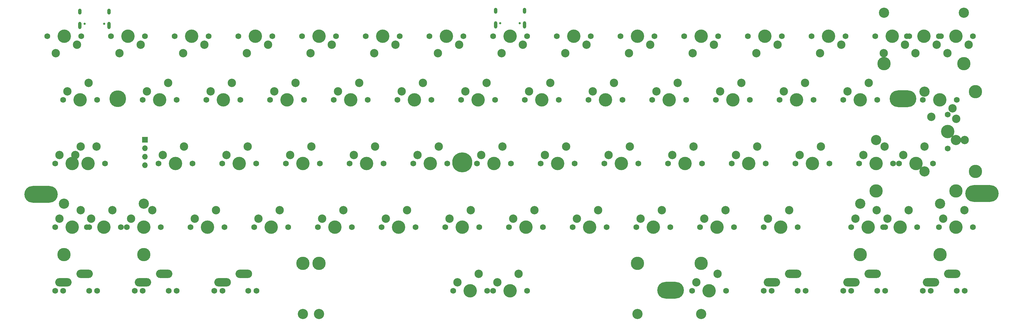
<source format=gts>
G04 #@! TF.GenerationSoftware,KiCad,Pcbnew,8.0.4*
G04 #@! TF.CreationDate,2024-08-26T20:04:34+02:00*
G04 #@! TF.ProjectId,keyboard,6b657962-6f61-4726-942e-6b696361645f,rev?*
G04 #@! TF.SameCoordinates,Original*
G04 #@! TF.FileFunction,Soldermask,Top*
G04 #@! TF.FilePolarity,Negative*
%FSLAX46Y46*%
G04 Gerber Fmt 4.6, Leading zero omitted, Abs format (unit mm)*
G04 Created by KiCad (PCBNEW 8.0.4) date 2024-08-26 20:04:34*
%MOMM*%
%LPD*%
G01*
G04 APERTURE LIST*
%ADD10C,1.750000*%
%ADD11C,4.000000*%
%ADD12C,2.500000*%
%ADD13O,4.900000X2.500000*%
%ADD14C,3.048000*%
%ADD15C,3.987800*%
%ADD16O,8.000000X5.000000*%
%ADD17O,10.000000X5.000000*%
%ADD18R,1.700000X1.700000*%
%ADD19O,1.700000X1.700000*%
%ADD20C,5.000000*%
%ADD21C,0.650000*%
%ADD22O,1.000000X1.800000*%
%ADD23O,1.000000X2.200000*%
%ADD24C,6.000000*%
G04 APERTURE END LIST*
D10*
X118745000Y-19050000D03*
D11*
X123825000Y-19050000D03*
D10*
X128905000Y-19050000D03*
D12*
X120015000Y-16510000D03*
X126365000Y-13970000D03*
D10*
X175895000Y-19050000D03*
D11*
X180975000Y-19050000D03*
D10*
X186055000Y-19050000D03*
D12*
X177165000Y-16510000D03*
X183515000Y-13970000D03*
D10*
X176530000Y0D03*
D11*
X171450000Y0D03*
D10*
X166370000Y0D03*
D12*
X175260000Y-2540000D03*
X168910000Y-5080000D03*
D10*
X209213750Y-76200000D03*
X211613750Y-76200000D03*
X219373750Y-76200000D03*
X221773750Y-76200000D03*
D13*
X211683750Y-73660000D03*
D12*
X212883750Y-73660000D03*
D13*
X218033750Y-71120000D03*
D12*
X219233750Y-71120000D03*
D10*
X100330000Y0D03*
D11*
X95250000Y0D03*
D10*
X90170000Y0D03*
D12*
X99060000Y-2540000D03*
X92710000Y-5080000D03*
D10*
X233026250Y-76200000D03*
X235426250Y-76200000D03*
X243186250Y-76200000D03*
X245586250Y-76200000D03*
D13*
X235496250Y-73660000D03*
D12*
X236696250Y-73660000D03*
D13*
X241846250Y-71120000D03*
D12*
X243046250Y-71120000D03*
D10*
X252730000Y0D03*
D11*
X247650000Y0D03*
D10*
X242570000Y0D03*
D12*
X251460000Y-2540000D03*
X245110000Y-5080000D03*
D10*
X43180000Y0D03*
D11*
X38100000Y0D03*
D10*
X33020000Y0D03*
D12*
X41910000Y-2540000D03*
X35560000Y-5080000D03*
D10*
X24130000Y0D03*
D11*
X19050000Y0D03*
D10*
X13970000Y0D03*
D12*
X22860000Y-2540000D03*
X16510000Y-5080000D03*
D10*
X261620000Y-57150000D03*
D11*
X266700000Y-57150000D03*
D10*
X271780000Y-57150000D03*
D12*
X262890000Y-54610000D03*
X269240000Y-52070000D03*
D10*
X213995000Y-19050000D03*
D11*
X219075000Y-19050000D03*
D10*
X224155000Y-19050000D03*
D12*
X215265000Y-16510000D03*
X221615000Y-13970000D03*
D10*
X199707500Y-38100000D03*
D11*
X204787500Y-38100000D03*
D10*
X209867500Y-38100000D03*
D12*
X200977500Y-35560000D03*
X207327500Y-33020000D03*
D10*
X138430000Y0D03*
D11*
X133350000Y0D03*
D10*
X128270000Y0D03*
D12*
X137160000Y-2540000D03*
X130810000Y-5080000D03*
D10*
X157480000Y0D03*
D11*
X152400000Y0D03*
D10*
X147320000Y0D03*
D12*
X156210000Y-2540000D03*
X149860000Y-5080000D03*
D10*
X256838750Y-76200000D03*
X259238750Y-76200000D03*
X266998750Y-76200000D03*
X269398750Y-76200000D03*
D13*
X259308750Y-73660000D03*
D12*
X260508750Y-73660000D03*
D13*
X265658750Y-71120000D03*
D12*
X266858750Y-71120000D03*
D14*
X242855750Y-31115000D03*
D15*
X242855750Y-46325000D03*
D14*
X266731750Y-31115000D03*
D15*
X266731750Y-46325000D03*
D10*
X28257500Y-38100000D03*
D11*
X33337500Y-38100000D03*
D10*
X38417500Y-38100000D03*
D12*
X29527500Y-35560000D03*
X35877500Y-33020000D03*
D10*
X237820000Y-38100000D03*
D11*
X242900000Y-38100000D03*
D10*
X247980000Y-38100000D03*
D12*
X239090000Y-35560000D03*
X245440000Y-33020000D03*
D10*
X5080000Y0D03*
D11*
X0Y0D03*
D10*
X-5080000Y0D03*
D12*
X3810000Y-2540000D03*
X-2540000Y-5080000D03*
D10*
X-2700000Y-57150000D03*
D11*
X2380000Y-57150000D03*
D10*
X7460000Y-57150000D03*
D12*
X-1430000Y-54610000D03*
X4920000Y-52070000D03*
D10*
X194945000Y-19050000D03*
D11*
X200025000Y-19050000D03*
D10*
X205105000Y-19050000D03*
D12*
X196215000Y-16510000D03*
X202565000Y-13970000D03*
D10*
X249713750Y-38100000D03*
D11*
X254793750Y-38100000D03*
D10*
X259873750Y-38100000D03*
D12*
X250983750Y-35560000D03*
X257333750Y-33020000D03*
D10*
X152082500Y-57150000D03*
D11*
X157162500Y-57150000D03*
D10*
X162242500Y-57150000D03*
D12*
X153352500Y-54610000D03*
X159702500Y-52070000D03*
D10*
X94932500Y-57150000D03*
D11*
X100012500Y-57150000D03*
D10*
X105092500Y-57150000D03*
D12*
X96202500Y-54610000D03*
X102552500Y-52070000D03*
D10*
X119380000Y0D03*
D11*
X114300000Y0D03*
D10*
X109220000Y0D03*
D12*
X118110000Y-2540000D03*
X111760000Y-5080000D03*
D10*
X195580000Y0D03*
D11*
X190500000Y0D03*
D10*
X185420000Y0D03*
D12*
X194310000Y-2540000D03*
X187960000Y-5080000D03*
D14*
X171443750Y-83185000D03*
D15*
X171443750Y-67975000D03*
D14*
X71443750Y-83185000D03*
D15*
X71443750Y-67975000D03*
D10*
X262280000Y0D03*
D11*
X257200000Y0D03*
D10*
X252120000Y0D03*
D12*
X261010000Y-2540000D03*
X254660000Y-5080000D03*
D10*
X233045000Y-19050000D03*
D11*
X238125000Y-19050000D03*
D10*
X243205000Y-19050000D03*
D12*
X234315000Y-16510000D03*
X240665000Y-13970000D03*
D10*
X99695000Y-19050000D03*
D11*
X104775000Y-19050000D03*
D10*
X109855000Y-19050000D03*
D12*
X100965000Y-16510000D03*
X107315000Y-13970000D03*
D14*
X-31750Y-50165000D03*
D15*
X-31750Y-65375000D03*
D14*
X23844250Y-50165000D03*
D15*
X23844250Y-65375000D03*
D10*
X264320000Y-23490000D03*
D11*
X264320000Y-28570000D03*
D10*
X264320000Y-33650000D03*
D12*
X266860000Y-24760000D03*
X269400000Y-31110000D03*
D10*
X123507500Y-38100000D03*
D11*
X128587500Y-38100000D03*
D10*
X133667500Y-38100000D03*
D12*
X124777500Y-35560000D03*
X131127500Y-33020000D03*
D10*
X161607500Y-38100000D03*
D11*
X166687500Y-38100000D03*
D10*
X171767500Y-38100000D03*
D12*
X162877500Y-35560000D03*
X169227500Y-33020000D03*
D10*
X-2698750Y-76200000D03*
X-298750Y-76200000D03*
X7461250Y-76200000D03*
X9861250Y-76200000D03*
D13*
X-228750Y-73660000D03*
D12*
X971250Y-73660000D03*
D13*
X6121250Y-71120000D03*
D12*
X7321250Y-71120000D03*
D14*
X257335000Y-40508000D03*
D15*
X272545000Y-40508000D03*
D14*
X257335000Y-16632000D03*
D15*
X272545000Y-16632000D03*
D10*
X142557500Y-38100000D03*
D11*
X147637500Y-38100000D03*
D10*
X152717500Y-38100000D03*
D12*
X143827500Y-35560000D03*
X150177500Y-33020000D03*
D10*
X23495000Y-19050000D03*
D11*
X28575000Y-19050000D03*
D10*
X33655000Y-19050000D03*
D12*
X24765000Y-16510000D03*
X31115000Y-13970000D03*
D10*
X233680000Y0D03*
D11*
X228600000Y0D03*
D10*
X223520000Y0D03*
D12*
X232410000Y-2540000D03*
X226060000Y-5080000D03*
D10*
X18720000Y-57150000D03*
D11*
X23800000Y-57150000D03*
D10*
X28880000Y-57150000D03*
D12*
X19990000Y-54610000D03*
X26340000Y-52070000D03*
D10*
X75882500Y-57150000D03*
D11*
X80962500Y-57150000D03*
D10*
X86042500Y-57150000D03*
D12*
X77152500Y-54610000D03*
X83502500Y-52070000D03*
D10*
X180657500Y-38100000D03*
D11*
X185737500Y-38100000D03*
D10*
X190817500Y-38100000D03*
D12*
X181927500Y-35560000D03*
X188277500Y-33020000D03*
D14*
X190500000Y-83186270D03*
D15*
X190500000Y-67976270D03*
D14*
X76200000Y-83186270D03*
D15*
X76200000Y-67976270D03*
D10*
X187801250Y-76200000D03*
D11*
X192881250Y-76200000D03*
D10*
X197961250Y-76200000D03*
D12*
X189071250Y-73660000D03*
X195421250Y-71120000D03*
D14*
X238093250Y-50160050D03*
D15*
X238093250Y-65370050D03*
D14*
X261969250Y-50160050D03*
D15*
X261969250Y-65370050D03*
D10*
X44926250Y-76200000D03*
X47326250Y-76200000D03*
X55086250Y-76200000D03*
X57486250Y-76200000D03*
D13*
X47396250Y-73660000D03*
D12*
X48596250Y-73660000D03*
D13*
X53746250Y-71120000D03*
D12*
X54946250Y-71120000D03*
D10*
X116363750Y-76200000D03*
D11*
X121443750Y-76200000D03*
D10*
X126523750Y-76200000D03*
D12*
X117633750Y-73660000D03*
X123983750Y-71120000D03*
D10*
X137795000Y-19050000D03*
D11*
X142875000Y-19050000D03*
D10*
X147955000Y-19050000D03*
D12*
X139065000Y-16510000D03*
X145415000Y-13970000D03*
D10*
X66357500Y-38100000D03*
D11*
X71437500Y-38100000D03*
D10*
X76517500Y-38100000D03*
D12*
X67627500Y-35560000D03*
X73977500Y-33020000D03*
D10*
X244951250Y-57150000D03*
D11*
X250031250Y-57150000D03*
D10*
X255111250Y-57150000D03*
D12*
X246221250Y-54610000D03*
X252571250Y-52070000D03*
D10*
X156845000Y-19050000D03*
D11*
X161925000Y-19050000D03*
D10*
X167005000Y-19050000D03*
D12*
X158115000Y-16510000D03*
X164465000Y-13970000D03*
D10*
X113982500Y-57150000D03*
D11*
X119062500Y-57150000D03*
D10*
X124142500Y-57150000D03*
D12*
X115252500Y-54610000D03*
X121602500Y-52070000D03*
D10*
X104457500Y-38100000D03*
D11*
X109537500Y-38100000D03*
D10*
X114617500Y-38100000D03*
D12*
X105727500Y-35560000D03*
X112077500Y-33020000D03*
D10*
X56832500Y-57150000D03*
D11*
X61912500Y-57150000D03*
D10*
X66992500Y-57150000D03*
D12*
X58102500Y-54610000D03*
X64452500Y-52070000D03*
D10*
X214630000Y0D03*
D11*
X209550000Y0D03*
D10*
X204470000Y0D03*
D12*
X213360000Y-2540000D03*
X207010000Y-5080000D03*
D10*
X209232500Y-57150000D03*
D11*
X214312500Y-57150000D03*
D10*
X219392500Y-57150000D03*
D12*
X210502500Y-54610000D03*
X216852500Y-52070000D03*
D10*
X171132500Y-57150000D03*
D11*
X176212500Y-57150000D03*
D10*
X181292500Y-57150000D03*
D12*
X172402500Y-54610000D03*
X178752500Y-52070000D03*
D10*
X271780000Y0D03*
D11*
X266700000Y0D03*
D10*
X261620000Y0D03*
D12*
X270510000Y-2540000D03*
X264160000Y-5080000D03*
D10*
X81280000Y0D03*
D11*
X76200000Y0D03*
D10*
X71120000Y0D03*
D12*
X80010000Y-2540000D03*
X73660000Y-5080000D03*
D10*
X61595000Y-19050000D03*
D11*
X66675000Y-19050000D03*
D10*
X71755000Y-19050000D03*
D12*
X62865000Y-16510000D03*
X69215000Y-13970000D03*
D10*
X267017500Y-19050000D03*
D11*
X261937500Y-19050000D03*
D10*
X256857500Y-19050000D03*
D12*
X265747500Y-21590000D03*
X259397500Y-24130000D03*
D10*
X47307500Y-38100000D03*
D11*
X52387500Y-38100000D03*
D10*
X57467500Y-38100000D03*
D12*
X48577500Y-35560000D03*
X54927500Y-33020000D03*
D10*
X235420000Y-57150000D03*
D11*
X240500000Y-57150000D03*
D10*
X245580000Y-57150000D03*
D12*
X236690000Y-54610000D03*
X243040000Y-52070000D03*
D10*
X6826250Y-57150000D03*
D11*
X11906250Y-57150000D03*
D10*
X16986250Y-57150000D03*
D12*
X8096250Y-54610000D03*
X14446250Y-52070000D03*
D14*
X245262000Y6985000D03*
D15*
X245262000Y-8225000D03*
D14*
X269138000Y6985000D03*
D15*
X269138000Y-8225000D03*
D10*
X190182500Y-57150000D03*
D11*
X195262500Y-57150000D03*
D10*
X200342500Y-57150000D03*
D12*
X191452500Y-54610000D03*
X197802500Y-52070000D03*
D10*
X133032500Y-57150000D03*
D11*
X138112500Y-57150000D03*
D10*
X143192500Y-57150000D03*
D12*
X134302500Y-54610000D03*
X140652500Y-52070000D03*
D10*
X62230000Y0D03*
D11*
X57150000Y0D03*
D10*
X52070000Y0D03*
D12*
X60960000Y-2540000D03*
X54610000Y-5080000D03*
D10*
X218757500Y-38100000D03*
D11*
X223837500Y-38100000D03*
D10*
X228917500Y-38100000D03*
D12*
X220027500Y-35560000D03*
X226377500Y-33020000D03*
D10*
X-2695000Y-38100000D03*
D11*
X2385000Y-38100000D03*
D10*
X7465000Y-38100000D03*
D12*
X-1425000Y-35560000D03*
X4925000Y-33020000D03*
D10*
X85407500Y-38100000D03*
D11*
X90487500Y-38100000D03*
D10*
X95567500Y-38100000D03*
D12*
X86677500Y-35560000D03*
X93027500Y-33020000D03*
D10*
X37782500Y-57150000D03*
D11*
X42862500Y-57150000D03*
D10*
X47942500Y-57150000D03*
D12*
X39052500Y-54610000D03*
X45402500Y-52070000D03*
D10*
X-317500Y-19050000D03*
D11*
X4762500Y-19050000D03*
D10*
X9842500Y-19050000D03*
D12*
X952500Y-16510000D03*
X7302500Y-13970000D03*
D10*
X21120000Y-76200000D03*
X23520000Y-76200000D03*
X31280000Y-76200000D03*
X33680000Y-76200000D03*
D13*
X23590000Y-73660000D03*
D12*
X24790000Y-73660000D03*
D13*
X29940000Y-71120000D03*
D12*
X31140000Y-71120000D03*
D10*
X2063750Y-38100000D03*
D11*
X7143750Y-38100000D03*
D10*
X12223750Y-38100000D03*
D12*
X3333750Y-35560000D03*
X9683750Y-33020000D03*
D10*
X42545000Y-19050000D03*
D11*
X47625000Y-19050000D03*
D10*
X52705000Y-19050000D03*
D12*
X43815000Y-16510000D03*
X50165000Y-13970000D03*
D10*
X80645000Y-19050000D03*
D11*
X85725000Y-19050000D03*
D10*
X90805000Y-19050000D03*
D12*
X81915000Y-16510000D03*
X88265000Y-13970000D03*
D10*
X128270000Y-76201270D03*
D11*
X133350000Y-76201270D03*
D10*
X138430000Y-76201270D03*
D12*
X129540000Y-73661270D03*
X135890000Y-71121270D03*
D16*
X181350000Y-76000000D03*
D17*
X274500000Y-47100000D03*
D18*
X24200000Y-31000000D03*
D19*
X24200000Y-33540000D03*
X24200000Y-36079999D03*
X24200000Y-38620000D03*
D20*
X16050000Y-18700000D03*
D16*
X250900000Y-18700000D03*
D17*
X-6900000Y-47300000D03*
D21*
X130460000Y3900000D03*
X136240000Y3900000D03*
D22*
X129030000Y7600000D03*
D23*
X129030000Y3400000D03*
D22*
X137670000Y7600000D03*
D23*
X137670000Y3400000D03*
D24*
X119050000Y-37800000D03*
D21*
X6160000Y3700000D03*
X11940000Y3700000D03*
D22*
X4730000Y7400000D03*
D23*
X4730000Y3200000D03*
D22*
X13370000Y7400000D03*
D23*
X13370000Y3200000D03*
M02*

</source>
